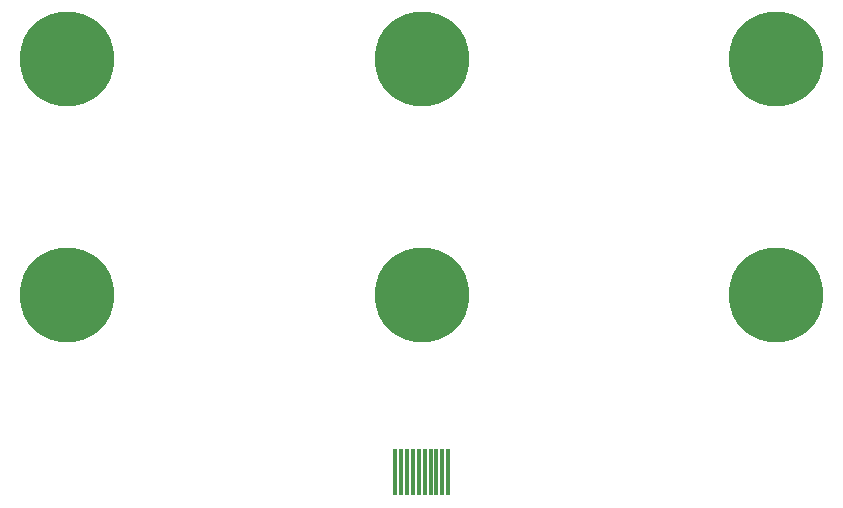
<source format=gtp>
%TF.GenerationSoftware,KiCad,Pcbnew,(5.1.10)-1*%
%TF.CreationDate,2021-07-26T17:23:28+09:00*%
%TF.ProjectId,electrode_FPCB_rev1.1,656c6563-7472-46f6-9465-5f465043425f,1.1*%
%TF.SameCoordinates,Original*%
%TF.FileFunction,Paste,Top*%
%TF.FilePolarity,Positive*%
%FSLAX46Y46*%
G04 Gerber Fmt 4.6, Leading zero omitted, Abs format (unit mm)*
G04 Created by KiCad (PCBNEW (5.1.10)-1) date 2021-07-26 17:23:28*
%MOMM*%
%LPD*%
G01*
G04 APERTURE LIST*
%ADD10R,0.300000X4.000000*%
%ADD11C,8.000000*%
G04 APERTURE END LIST*
D10*
%TO.C,CN7*%
X77250000Y-55000000D03*
X76750000Y-55000000D03*
X76250000Y-55000000D03*
X75750000Y-55000000D03*
X75250000Y-55000000D03*
X74750000Y-55000000D03*
X74250000Y-55000000D03*
X73750000Y-55000000D03*
X73250000Y-55000000D03*
X72750000Y-55000000D03*
%TD*%
D11*
%TO.C,CN6*%
X105000000Y-40000000D03*
%TD*%
%TO.C,CN5*%
X105000000Y-20000000D03*
%TD*%
%TO.C,CN4*%
X45000000Y-20000000D03*
%TD*%
%TO.C,CN3*%
X45000000Y-40000000D03*
%TD*%
%TO.C,CN2*%
X75000000Y-40000000D03*
%TD*%
%TO.C,CN1*%
X75000000Y-20000000D03*
%TD*%
M02*

</source>
